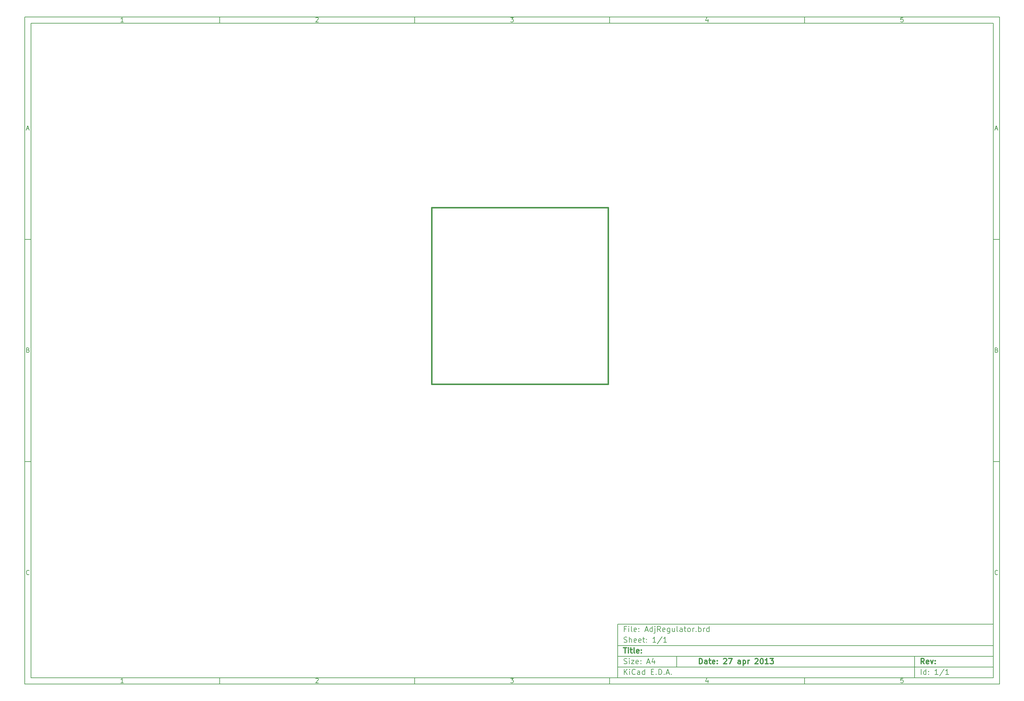
<source format=gbr>
G04 (created by PCBNEW-RS274X (2012-apr-16-27)-stable) date Sat 27 Apr 2013 17:01:59 BST*
G01*
G70*
G90*
%MOIN*%
G04 Gerber Fmt 3.4, Leading zero omitted, Abs format*
%FSLAX34Y34*%
G04 APERTURE LIST*
%ADD10C,0.006000*%
%ADD11C,0.012000*%
%ADD12C,0.015000*%
G04 APERTURE END LIST*
G54D10*
X04000Y-04000D02*
X113000Y-04000D01*
X113000Y-78670D01*
X04000Y-78670D01*
X04000Y-04000D01*
X04700Y-04700D02*
X112300Y-04700D01*
X112300Y-77970D01*
X04700Y-77970D01*
X04700Y-04700D01*
X25800Y-04000D02*
X25800Y-04700D01*
X15043Y-04552D02*
X14757Y-04552D01*
X14900Y-04552D02*
X14900Y-04052D01*
X14852Y-04124D01*
X14805Y-04171D01*
X14757Y-04195D01*
X25800Y-78670D02*
X25800Y-77970D01*
X15043Y-78522D02*
X14757Y-78522D01*
X14900Y-78522D02*
X14900Y-78022D01*
X14852Y-78094D01*
X14805Y-78141D01*
X14757Y-78165D01*
X47600Y-04000D02*
X47600Y-04700D01*
X36557Y-04100D02*
X36581Y-04076D01*
X36629Y-04052D01*
X36748Y-04052D01*
X36795Y-04076D01*
X36819Y-04100D01*
X36843Y-04148D01*
X36843Y-04195D01*
X36819Y-04267D01*
X36533Y-04552D01*
X36843Y-04552D01*
X47600Y-78670D02*
X47600Y-77970D01*
X36557Y-78070D02*
X36581Y-78046D01*
X36629Y-78022D01*
X36748Y-78022D01*
X36795Y-78046D01*
X36819Y-78070D01*
X36843Y-78118D01*
X36843Y-78165D01*
X36819Y-78237D01*
X36533Y-78522D01*
X36843Y-78522D01*
X69400Y-04000D02*
X69400Y-04700D01*
X58333Y-04052D02*
X58643Y-04052D01*
X58476Y-04243D01*
X58548Y-04243D01*
X58595Y-04267D01*
X58619Y-04290D01*
X58643Y-04338D01*
X58643Y-04457D01*
X58619Y-04505D01*
X58595Y-04529D01*
X58548Y-04552D01*
X58405Y-04552D01*
X58357Y-04529D01*
X58333Y-04505D01*
X69400Y-78670D02*
X69400Y-77970D01*
X58333Y-78022D02*
X58643Y-78022D01*
X58476Y-78213D01*
X58548Y-78213D01*
X58595Y-78237D01*
X58619Y-78260D01*
X58643Y-78308D01*
X58643Y-78427D01*
X58619Y-78475D01*
X58595Y-78499D01*
X58548Y-78522D01*
X58405Y-78522D01*
X58357Y-78499D01*
X58333Y-78475D01*
X91200Y-04000D02*
X91200Y-04700D01*
X80395Y-04219D02*
X80395Y-04552D01*
X80276Y-04029D02*
X80157Y-04386D01*
X80467Y-04386D01*
X91200Y-78670D02*
X91200Y-77970D01*
X80395Y-78189D02*
X80395Y-78522D01*
X80276Y-77999D02*
X80157Y-78356D01*
X80467Y-78356D01*
X102219Y-04052D02*
X101981Y-04052D01*
X101957Y-04290D01*
X101981Y-04267D01*
X102029Y-04243D01*
X102148Y-04243D01*
X102195Y-04267D01*
X102219Y-04290D01*
X102243Y-04338D01*
X102243Y-04457D01*
X102219Y-04505D01*
X102195Y-04529D01*
X102148Y-04552D01*
X102029Y-04552D01*
X101981Y-04529D01*
X101957Y-04505D01*
X102219Y-78022D02*
X101981Y-78022D01*
X101957Y-78260D01*
X101981Y-78237D01*
X102029Y-78213D01*
X102148Y-78213D01*
X102195Y-78237D01*
X102219Y-78260D01*
X102243Y-78308D01*
X102243Y-78427D01*
X102219Y-78475D01*
X102195Y-78499D01*
X102148Y-78522D01*
X102029Y-78522D01*
X101981Y-78499D01*
X101957Y-78475D01*
X04000Y-28890D02*
X04700Y-28890D01*
X04231Y-16510D02*
X04469Y-16510D01*
X04184Y-16652D02*
X04350Y-16152D01*
X04517Y-16652D01*
X113000Y-28890D02*
X112300Y-28890D01*
X112531Y-16510D02*
X112769Y-16510D01*
X112484Y-16652D02*
X112650Y-16152D01*
X112817Y-16652D01*
X04000Y-53780D02*
X04700Y-53780D01*
X04386Y-41280D02*
X04457Y-41304D01*
X04481Y-41328D01*
X04505Y-41376D01*
X04505Y-41447D01*
X04481Y-41495D01*
X04457Y-41519D01*
X04410Y-41542D01*
X04219Y-41542D01*
X04219Y-41042D01*
X04386Y-41042D01*
X04433Y-41066D01*
X04457Y-41090D01*
X04481Y-41138D01*
X04481Y-41185D01*
X04457Y-41233D01*
X04433Y-41257D01*
X04386Y-41280D01*
X04219Y-41280D01*
X113000Y-53780D02*
X112300Y-53780D01*
X112686Y-41280D02*
X112757Y-41304D01*
X112781Y-41328D01*
X112805Y-41376D01*
X112805Y-41447D01*
X112781Y-41495D01*
X112757Y-41519D01*
X112710Y-41542D01*
X112519Y-41542D01*
X112519Y-41042D01*
X112686Y-41042D01*
X112733Y-41066D01*
X112757Y-41090D01*
X112781Y-41138D01*
X112781Y-41185D01*
X112757Y-41233D01*
X112733Y-41257D01*
X112686Y-41280D01*
X112519Y-41280D01*
X04505Y-66385D02*
X04481Y-66409D01*
X04410Y-66432D01*
X04362Y-66432D01*
X04290Y-66409D01*
X04243Y-66361D01*
X04219Y-66313D01*
X04195Y-66218D01*
X04195Y-66147D01*
X04219Y-66051D01*
X04243Y-66004D01*
X04290Y-65956D01*
X04362Y-65932D01*
X04410Y-65932D01*
X04481Y-65956D01*
X04505Y-65980D01*
X112805Y-66385D02*
X112781Y-66409D01*
X112710Y-66432D01*
X112662Y-66432D01*
X112590Y-66409D01*
X112543Y-66361D01*
X112519Y-66313D01*
X112495Y-66218D01*
X112495Y-66147D01*
X112519Y-66051D01*
X112543Y-66004D01*
X112590Y-65956D01*
X112662Y-65932D01*
X112710Y-65932D01*
X112781Y-65956D01*
X112805Y-65980D01*
G54D11*
X79443Y-76413D02*
X79443Y-75813D01*
X79586Y-75813D01*
X79671Y-75841D01*
X79729Y-75899D01*
X79757Y-75956D01*
X79786Y-76070D01*
X79786Y-76156D01*
X79757Y-76270D01*
X79729Y-76327D01*
X79671Y-76384D01*
X79586Y-76413D01*
X79443Y-76413D01*
X80300Y-76413D02*
X80300Y-76099D01*
X80271Y-76041D01*
X80214Y-76013D01*
X80100Y-76013D01*
X80043Y-76041D01*
X80300Y-76384D02*
X80243Y-76413D01*
X80100Y-76413D01*
X80043Y-76384D01*
X80014Y-76327D01*
X80014Y-76270D01*
X80043Y-76213D01*
X80100Y-76184D01*
X80243Y-76184D01*
X80300Y-76156D01*
X80500Y-76013D02*
X80729Y-76013D01*
X80586Y-75813D02*
X80586Y-76327D01*
X80614Y-76384D01*
X80672Y-76413D01*
X80729Y-76413D01*
X81157Y-76384D02*
X81100Y-76413D01*
X80986Y-76413D01*
X80929Y-76384D01*
X80900Y-76327D01*
X80900Y-76099D01*
X80929Y-76041D01*
X80986Y-76013D01*
X81100Y-76013D01*
X81157Y-76041D01*
X81186Y-76099D01*
X81186Y-76156D01*
X80900Y-76213D01*
X81443Y-76356D02*
X81471Y-76384D01*
X81443Y-76413D01*
X81414Y-76384D01*
X81443Y-76356D01*
X81443Y-76413D01*
X81443Y-76041D02*
X81471Y-76070D01*
X81443Y-76099D01*
X81414Y-76070D01*
X81443Y-76041D01*
X81443Y-76099D01*
X82157Y-75870D02*
X82186Y-75841D01*
X82243Y-75813D01*
X82386Y-75813D01*
X82443Y-75841D01*
X82472Y-75870D01*
X82500Y-75927D01*
X82500Y-75984D01*
X82472Y-76070D01*
X82129Y-76413D01*
X82500Y-76413D01*
X82700Y-75813D02*
X83100Y-75813D01*
X82843Y-76413D01*
X84042Y-76413D02*
X84042Y-76099D01*
X84013Y-76041D01*
X83956Y-76013D01*
X83842Y-76013D01*
X83785Y-76041D01*
X84042Y-76384D02*
X83985Y-76413D01*
X83842Y-76413D01*
X83785Y-76384D01*
X83756Y-76327D01*
X83756Y-76270D01*
X83785Y-76213D01*
X83842Y-76184D01*
X83985Y-76184D01*
X84042Y-76156D01*
X84328Y-76013D02*
X84328Y-76613D01*
X84328Y-76041D02*
X84385Y-76013D01*
X84499Y-76013D01*
X84556Y-76041D01*
X84585Y-76070D01*
X84614Y-76127D01*
X84614Y-76299D01*
X84585Y-76356D01*
X84556Y-76384D01*
X84499Y-76413D01*
X84385Y-76413D01*
X84328Y-76384D01*
X84871Y-76413D02*
X84871Y-76013D01*
X84871Y-76127D02*
X84899Y-76070D01*
X84928Y-76041D01*
X84985Y-76013D01*
X85042Y-76013D01*
X85670Y-75870D02*
X85699Y-75841D01*
X85756Y-75813D01*
X85899Y-75813D01*
X85956Y-75841D01*
X85985Y-75870D01*
X86013Y-75927D01*
X86013Y-75984D01*
X85985Y-76070D01*
X85642Y-76413D01*
X86013Y-76413D01*
X86384Y-75813D02*
X86441Y-75813D01*
X86498Y-75841D01*
X86527Y-75870D01*
X86556Y-75927D01*
X86584Y-76041D01*
X86584Y-76184D01*
X86556Y-76299D01*
X86527Y-76356D01*
X86498Y-76384D01*
X86441Y-76413D01*
X86384Y-76413D01*
X86327Y-76384D01*
X86298Y-76356D01*
X86270Y-76299D01*
X86241Y-76184D01*
X86241Y-76041D01*
X86270Y-75927D01*
X86298Y-75870D01*
X86327Y-75841D01*
X86384Y-75813D01*
X87155Y-76413D02*
X86812Y-76413D01*
X86984Y-76413D02*
X86984Y-75813D01*
X86927Y-75899D01*
X86869Y-75956D01*
X86812Y-75984D01*
X87355Y-75813D02*
X87726Y-75813D01*
X87526Y-76041D01*
X87612Y-76041D01*
X87669Y-76070D01*
X87698Y-76099D01*
X87726Y-76156D01*
X87726Y-76299D01*
X87698Y-76356D01*
X87669Y-76384D01*
X87612Y-76413D01*
X87440Y-76413D01*
X87383Y-76384D01*
X87355Y-76356D01*
G54D10*
X71043Y-77613D02*
X71043Y-77013D01*
X71386Y-77613D02*
X71129Y-77270D01*
X71386Y-77013D02*
X71043Y-77356D01*
X71643Y-77613D02*
X71643Y-77213D01*
X71643Y-77013D02*
X71614Y-77041D01*
X71643Y-77070D01*
X71671Y-77041D01*
X71643Y-77013D01*
X71643Y-77070D01*
X72272Y-77556D02*
X72243Y-77584D01*
X72157Y-77613D01*
X72100Y-77613D01*
X72015Y-77584D01*
X71957Y-77527D01*
X71929Y-77470D01*
X71900Y-77356D01*
X71900Y-77270D01*
X71929Y-77156D01*
X71957Y-77099D01*
X72015Y-77041D01*
X72100Y-77013D01*
X72157Y-77013D01*
X72243Y-77041D01*
X72272Y-77070D01*
X72786Y-77613D02*
X72786Y-77299D01*
X72757Y-77241D01*
X72700Y-77213D01*
X72586Y-77213D01*
X72529Y-77241D01*
X72786Y-77584D02*
X72729Y-77613D01*
X72586Y-77613D01*
X72529Y-77584D01*
X72500Y-77527D01*
X72500Y-77470D01*
X72529Y-77413D01*
X72586Y-77384D01*
X72729Y-77384D01*
X72786Y-77356D01*
X73329Y-77613D02*
X73329Y-77013D01*
X73329Y-77584D02*
X73272Y-77613D01*
X73158Y-77613D01*
X73100Y-77584D01*
X73072Y-77556D01*
X73043Y-77499D01*
X73043Y-77327D01*
X73072Y-77270D01*
X73100Y-77241D01*
X73158Y-77213D01*
X73272Y-77213D01*
X73329Y-77241D01*
X74072Y-77299D02*
X74272Y-77299D01*
X74358Y-77613D02*
X74072Y-77613D01*
X74072Y-77013D01*
X74358Y-77013D01*
X74615Y-77556D02*
X74643Y-77584D01*
X74615Y-77613D01*
X74586Y-77584D01*
X74615Y-77556D01*
X74615Y-77613D01*
X74901Y-77613D02*
X74901Y-77013D01*
X75044Y-77013D01*
X75129Y-77041D01*
X75187Y-77099D01*
X75215Y-77156D01*
X75244Y-77270D01*
X75244Y-77356D01*
X75215Y-77470D01*
X75187Y-77527D01*
X75129Y-77584D01*
X75044Y-77613D01*
X74901Y-77613D01*
X75501Y-77556D02*
X75529Y-77584D01*
X75501Y-77613D01*
X75472Y-77584D01*
X75501Y-77556D01*
X75501Y-77613D01*
X75758Y-77441D02*
X76044Y-77441D01*
X75701Y-77613D02*
X75901Y-77013D01*
X76101Y-77613D01*
X76301Y-77556D02*
X76329Y-77584D01*
X76301Y-77613D01*
X76272Y-77584D01*
X76301Y-77556D01*
X76301Y-77613D01*
G54D11*
X104586Y-76413D02*
X104386Y-76127D01*
X104243Y-76413D02*
X104243Y-75813D01*
X104471Y-75813D01*
X104529Y-75841D01*
X104557Y-75870D01*
X104586Y-75927D01*
X104586Y-76013D01*
X104557Y-76070D01*
X104529Y-76099D01*
X104471Y-76127D01*
X104243Y-76127D01*
X105071Y-76384D02*
X105014Y-76413D01*
X104900Y-76413D01*
X104843Y-76384D01*
X104814Y-76327D01*
X104814Y-76099D01*
X104843Y-76041D01*
X104900Y-76013D01*
X105014Y-76013D01*
X105071Y-76041D01*
X105100Y-76099D01*
X105100Y-76156D01*
X104814Y-76213D01*
X105300Y-76013D02*
X105443Y-76413D01*
X105585Y-76013D01*
X105814Y-76356D02*
X105842Y-76384D01*
X105814Y-76413D01*
X105785Y-76384D01*
X105814Y-76356D01*
X105814Y-76413D01*
X105814Y-76041D02*
X105842Y-76070D01*
X105814Y-76099D01*
X105785Y-76070D01*
X105814Y-76041D01*
X105814Y-76099D01*
G54D10*
X71014Y-76384D02*
X71100Y-76413D01*
X71243Y-76413D01*
X71300Y-76384D01*
X71329Y-76356D01*
X71357Y-76299D01*
X71357Y-76241D01*
X71329Y-76184D01*
X71300Y-76156D01*
X71243Y-76127D01*
X71129Y-76099D01*
X71071Y-76070D01*
X71043Y-76041D01*
X71014Y-75984D01*
X71014Y-75927D01*
X71043Y-75870D01*
X71071Y-75841D01*
X71129Y-75813D01*
X71271Y-75813D01*
X71357Y-75841D01*
X71614Y-76413D02*
X71614Y-76013D01*
X71614Y-75813D02*
X71585Y-75841D01*
X71614Y-75870D01*
X71642Y-75841D01*
X71614Y-75813D01*
X71614Y-75870D01*
X71843Y-76013D02*
X72157Y-76013D01*
X71843Y-76413D01*
X72157Y-76413D01*
X72614Y-76384D02*
X72557Y-76413D01*
X72443Y-76413D01*
X72386Y-76384D01*
X72357Y-76327D01*
X72357Y-76099D01*
X72386Y-76041D01*
X72443Y-76013D01*
X72557Y-76013D01*
X72614Y-76041D01*
X72643Y-76099D01*
X72643Y-76156D01*
X72357Y-76213D01*
X72900Y-76356D02*
X72928Y-76384D01*
X72900Y-76413D01*
X72871Y-76384D01*
X72900Y-76356D01*
X72900Y-76413D01*
X72900Y-76041D02*
X72928Y-76070D01*
X72900Y-76099D01*
X72871Y-76070D01*
X72900Y-76041D01*
X72900Y-76099D01*
X73614Y-76241D02*
X73900Y-76241D01*
X73557Y-76413D02*
X73757Y-75813D01*
X73957Y-76413D01*
X74414Y-76013D02*
X74414Y-76413D01*
X74271Y-75784D02*
X74128Y-76213D01*
X74500Y-76213D01*
X104243Y-77613D02*
X104243Y-77013D01*
X104786Y-77613D02*
X104786Y-77013D01*
X104786Y-77584D02*
X104729Y-77613D01*
X104615Y-77613D01*
X104557Y-77584D01*
X104529Y-77556D01*
X104500Y-77499D01*
X104500Y-77327D01*
X104529Y-77270D01*
X104557Y-77241D01*
X104615Y-77213D01*
X104729Y-77213D01*
X104786Y-77241D01*
X105072Y-77556D02*
X105100Y-77584D01*
X105072Y-77613D01*
X105043Y-77584D01*
X105072Y-77556D01*
X105072Y-77613D01*
X105072Y-77241D02*
X105100Y-77270D01*
X105072Y-77299D01*
X105043Y-77270D01*
X105072Y-77241D01*
X105072Y-77299D01*
X106129Y-77613D02*
X105786Y-77613D01*
X105958Y-77613D02*
X105958Y-77013D01*
X105901Y-77099D01*
X105843Y-77156D01*
X105786Y-77184D01*
X106814Y-76984D02*
X106300Y-77756D01*
X107329Y-77613D02*
X106986Y-77613D01*
X107158Y-77613D02*
X107158Y-77013D01*
X107101Y-77099D01*
X107043Y-77156D01*
X106986Y-77184D01*
G54D11*
X70957Y-74613D02*
X71300Y-74613D01*
X71129Y-75213D02*
X71129Y-74613D01*
X71500Y-75213D02*
X71500Y-74813D01*
X71500Y-74613D02*
X71471Y-74641D01*
X71500Y-74670D01*
X71528Y-74641D01*
X71500Y-74613D01*
X71500Y-74670D01*
X71700Y-74813D02*
X71929Y-74813D01*
X71786Y-74613D02*
X71786Y-75127D01*
X71814Y-75184D01*
X71872Y-75213D01*
X71929Y-75213D01*
X72215Y-75213D02*
X72157Y-75184D01*
X72129Y-75127D01*
X72129Y-74613D01*
X72671Y-75184D02*
X72614Y-75213D01*
X72500Y-75213D01*
X72443Y-75184D01*
X72414Y-75127D01*
X72414Y-74899D01*
X72443Y-74841D01*
X72500Y-74813D01*
X72614Y-74813D01*
X72671Y-74841D01*
X72700Y-74899D01*
X72700Y-74956D01*
X72414Y-75013D01*
X72957Y-75156D02*
X72985Y-75184D01*
X72957Y-75213D01*
X72928Y-75184D01*
X72957Y-75156D01*
X72957Y-75213D01*
X72957Y-74841D02*
X72985Y-74870D01*
X72957Y-74899D01*
X72928Y-74870D01*
X72957Y-74841D01*
X72957Y-74899D01*
G54D10*
X71243Y-72499D02*
X71043Y-72499D01*
X71043Y-72813D02*
X71043Y-72213D01*
X71329Y-72213D01*
X71557Y-72813D02*
X71557Y-72413D01*
X71557Y-72213D02*
X71528Y-72241D01*
X71557Y-72270D01*
X71585Y-72241D01*
X71557Y-72213D01*
X71557Y-72270D01*
X71929Y-72813D02*
X71871Y-72784D01*
X71843Y-72727D01*
X71843Y-72213D01*
X72385Y-72784D02*
X72328Y-72813D01*
X72214Y-72813D01*
X72157Y-72784D01*
X72128Y-72727D01*
X72128Y-72499D01*
X72157Y-72441D01*
X72214Y-72413D01*
X72328Y-72413D01*
X72385Y-72441D01*
X72414Y-72499D01*
X72414Y-72556D01*
X72128Y-72613D01*
X72671Y-72756D02*
X72699Y-72784D01*
X72671Y-72813D01*
X72642Y-72784D01*
X72671Y-72756D01*
X72671Y-72813D01*
X72671Y-72441D02*
X72699Y-72470D01*
X72671Y-72499D01*
X72642Y-72470D01*
X72671Y-72441D01*
X72671Y-72499D01*
X73385Y-72641D02*
X73671Y-72641D01*
X73328Y-72813D02*
X73528Y-72213D01*
X73728Y-72813D01*
X74185Y-72813D02*
X74185Y-72213D01*
X74185Y-72784D02*
X74128Y-72813D01*
X74014Y-72813D01*
X73956Y-72784D01*
X73928Y-72756D01*
X73899Y-72699D01*
X73899Y-72527D01*
X73928Y-72470D01*
X73956Y-72441D01*
X74014Y-72413D01*
X74128Y-72413D01*
X74185Y-72441D01*
X74471Y-72413D02*
X74471Y-72927D01*
X74442Y-72984D01*
X74385Y-73013D01*
X74357Y-73013D01*
X74471Y-72213D02*
X74442Y-72241D01*
X74471Y-72270D01*
X74499Y-72241D01*
X74471Y-72213D01*
X74471Y-72270D01*
X75100Y-72813D02*
X74900Y-72527D01*
X74757Y-72813D02*
X74757Y-72213D01*
X74985Y-72213D01*
X75043Y-72241D01*
X75071Y-72270D01*
X75100Y-72327D01*
X75100Y-72413D01*
X75071Y-72470D01*
X75043Y-72499D01*
X74985Y-72527D01*
X74757Y-72527D01*
X75585Y-72784D02*
X75528Y-72813D01*
X75414Y-72813D01*
X75357Y-72784D01*
X75328Y-72727D01*
X75328Y-72499D01*
X75357Y-72441D01*
X75414Y-72413D01*
X75528Y-72413D01*
X75585Y-72441D01*
X75614Y-72499D01*
X75614Y-72556D01*
X75328Y-72613D01*
X76128Y-72413D02*
X76128Y-72899D01*
X76099Y-72956D01*
X76071Y-72984D01*
X76014Y-73013D01*
X75928Y-73013D01*
X75871Y-72984D01*
X76128Y-72784D02*
X76071Y-72813D01*
X75957Y-72813D01*
X75899Y-72784D01*
X75871Y-72756D01*
X75842Y-72699D01*
X75842Y-72527D01*
X75871Y-72470D01*
X75899Y-72441D01*
X75957Y-72413D01*
X76071Y-72413D01*
X76128Y-72441D01*
X76671Y-72413D02*
X76671Y-72813D01*
X76414Y-72413D02*
X76414Y-72727D01*
X76442Y-72784D01*
X76500Y-72813D01*
X76585Y-72813D01*
X76642Y-72784D01*
X76671Y-72756D01*
X77043Y-72813D02*
X76985Y-72784D01*
X76957Y-72727D01*
X76957Y-72213D01*
X77528Y-72813D02*
X77528Y-72499D01*
X77499Y-72441D01*
X77442Y-72413D01*
X77328Y-72413D01*
X77271Y-72441D01*
X77528Y-72784D02*
X77471Y-72813D01*
X77328Y-72813D01*
X77271Y-72784D01*
X77242Y-72727D01*
X77242Y-72670D01*
X77271Y-72613D01*
X77328Y-72584D01*
X77471Y-72584D01*
X77528Y-72556D01*
X77728Y-72413D02*
X77957Y-72413D01*
X77814Y-72213D02*
X77814Y-72727D01*
X77842Y-72784D01*
X77900Y-72813D01*
X77957Y-72813D01*
X78243Y-72813D02*
X78185Y-72784D01*
X78157Y-72756D01*
X78128Y-72699D01*
X78128Y-72527D01*
X78157Y-72470D01*
X78185Y-72441D01*
X78243Y-72413D01*
X78328Y-72413D01*
X78385Y-72441D01*
X78414Y-72470D01*
X78443Y-72527D01*
X78443Y-72699D01*
X78414Y-72756D01*
X78385Y-72784D01*
X78328Y-72813D01*
X78243Y-72813D01*
X78700Y-72813D02*
X78700Y-72413D01*
X78700Y-72527D02*
X78728Y-72470D01*
X78757Y-72441D01*
X78814Y-72413D01*
X78871Y-72413D01*
X79071Y-72756D02*
X79099Y-72784D01*
X79071Y-72813D01*
X79042Y-72784D01*
X79071Y-72756D01*
X79071Y-72813D01*
X79357Y-72813D02*
X79357Y-72213D01*
X79357Y-72441D02*
X79414Y-72413D01*
X79528Y-72413D01*
X79585Y-72441D01*
X79614Y-72470D01*
X79643Y-72527D01*
X79643Y-72699D01*
X79614Y-72756D01*
X79585Y-72784D01*
X79528Y-72813D01*
X79414Y-72813D01*
X79357Y-72784D01*
X79900Y-72813D02*
X79900Y-72413D01*
X79900Y-72527D02*
X79928Y-72470D01*
X79957Y-72441D01*
X80014Y-72413D01*
X80071Y-72413D01*
X80528Y-72813D02*
X80528Y-72213D01*
X80528Y-72784D02*
X80471Y-72813D01*
X80357Y-72813D01*
X80299Y-72784D01*
X80271Y-72756D01*
X80242Y-72699D01*
X80242Y-72527D01*
X80271Y-72470D01*
X80299Y-72441D01*
X80357Y-72413D01*
X80471Y-72413D01*
X80528Y-72441D01*
X71014Y-73984D02*
X71100Y-74013D01*
X71243Y-74013D01*
X71300Y-73984D01*
X71329Y-73956D01*
X71357Y-73899D01*
X71357Y-73841D01*
X71329Y-73784D01*
X71300Y-73756D01*
X71243Y-73727D01*
X71129Y-73699D01*
X71071Y-73670D01*
X71043Y-73641D01*
X71014Y-73584D01*
X71014Y-73527D01*
X71043Y-73470D01*
X71071Y-73441D01*
X71129Y-73413D01*
X71271Y-73413D01*
X71357Y-73441D01*
X71614Y-74013D02*
X71614Y-73413D01*
X71871Y-74013D02*
X71871Y-73699D01*
X71842Y-73641D01*
X71785Y-73613D01*
X71700Y-73613D01*
X71642Y-73641D01*
X71614Y-73670D01*
X72385Y-73984D02*
X72328Y-74013D01*
X72214Y-74013D01*
X72157Y-73984D01*
X72128Y-73927D01*
X72128Y-73699D01*
X72157Y-73641D01*
X72214Y-73613D01*
X72328Y-73613D01*
X72385Y-73641D01*
X72414Y-73699D01*
X72414Y-73756D01*
X72128Y-73813D01*
X72899Y-73984D02*
X72842Y-74013D01*
X72728Y-74013D01*
X72671Y-73984D01*
X72642Y-73927D01*
X72642Y-73699D01*
X72671Y-73641D01*
X72728Y-73613D01*
X72842Y-73613D01*
X72899Y-73641D01*
X72928Y-73699D01*
X72928Y-73756D01*
X72642Y-73813D01*
X73099Y-73613D02*
X73328Y-73613D01*
X73185Y-73413D02*
X73185Y-73927D01*
X73213Y-73984D01*
X73271Y-74013D01*
X73328Y-74013D01*
X73528Y-73956D02*
X73556Y-73984D01*
X73528Y-74013D01*
X73499Y-73984D01*
X73528Y-73956D01*
X73528Y-74013D01*
X73528Y-73641D02*
X73556Y-73670D01*
X73528Y-73699D01*
X73499Y-73670D01*
X73528Y-73641D01*
X73528Y-73699D01*
X74585Y-74013D02*
X74242Y-74013D01*
X74414Y-74013D02*
X74414Y-73413D01*
X74357Y-73499D01*
X74299Y-73556D01*
X74242Y-73584D01*
X75270Y-73384D02*
X74756Y-74156D01*
X75785Y-74013D02*
X75442Y-74013D01*
X75614Y-74013D02*
X75614Y-73413D01*
X75557Y-73499D01*
X75499Y-73556D01*
X75442Y-73584D01*
X70300Y-71970D02*
X70300Y-77970D01*
X70300Y-71970D02*
X112300Y-71970D01*
X70300Y-71970D02*
X112300Y-71970D01*
X70300Y-74370D02*
X112300Y-74370D01*
X103500Y-75570D02*
X103500Y-77970D01*
X70300Y-76770D02*
X112300Y-76770D01*
X70300Y-75570D02*
X112300Y-75570D01*
X76900Y-75570D02*
X76900Y-76770D01*
G54D12*
X49500Y-25350D02*
X69250Y-25350D01*
X69250Y-45100D02*
X69250Y-25350D01*
X49500Y-45100D02*
X49500Y-25415D01*
X49500Y-45100D02*
X69185Y-45100D01*
M02*

</source>
